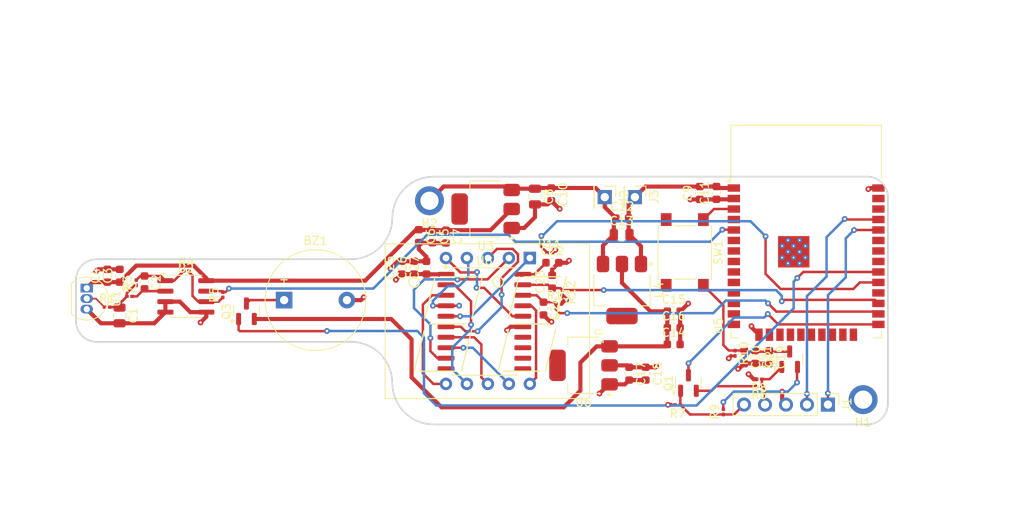
<source format=kicad_pcb>
(kicad_pcb (version 20240108) (generator "pcbnew") (generator_version "8.0")
  (layers (0 "F.Cu" signal "F.Signal") (1 "In1.Cu" power "GND") (2 "In2.Cu" power "VDD") (31 "B.Cu" signal "B.Signal") (34 "B.Paste" user) (35 "F.Paste" user) (36 "B.SilkS" user "B.Silkscreen") (37 "F.SilkS" user "F.Silkscreen") (38 "B.Mask" user) (39 "F.Mask" user) (44 "Edge.Cuts" user))
  (net 0 "")
  (net 1 "GND")
  (net 2 "Net-(BZ1-+)")
  (net 3 "Net-(C1-Pad1)")
  (net 4 "Net-(U2A--)")
  (net 5 "Net-(C2-Pad1)")
  (net 6 "+5V")
  (net 7 "Net-(J2-Pin_1)")
  (net 8 "VDD")
  (net 9 "/BZ")
  (net 10 "/EN")
  (net 11 "/IO5")
  (net 12 "/IO16")
  (net 13 "/IO4")
  (net 14 "Net-(Q1-B)")
  (net 15 "/BOOT")
  (net 16 "/U0DTR")
  (net 17 "/U0RTS")
  (net 18 "Net-(Q2-B)")
  (net 19 "/IO18")
  (net 20 "Net-(U1-V_{OUT})")
  (net 21 "Net-(U2B--)")
  (net 22 "/SENSOR_VN")
  (net 29 "/ESPTX2FTDI")
  (net 38 "/ESPRX2FTDI")
  (net 50 "Net-(U7-E)")
  (net 51 "Net-(U7-DP)")
  (net 52 "Net-(U7-C)")
  (net 53 "Net-(U7-DIG1)")
  (net 54 "Net-(U7-F)")
  (net 55 "Net-(U7-DIG2)")
  (net 56 "Net-(U7-D)")
  (net 57 "Net-(U7-B)")
  (net 58 "Net-(U7-A)")
  (net 59 "Net-(U7-G)")
  (footprint "Resistor_SMD:R_0201_0603Metric" (layer "F.Cu") (at 112.99 106.89 -90)
    (property "Reference" "R10")
    (property "Value" "10k")
  )
  (footprint "Capacitor_SMD:C_0603_1608Metric" (layer "F.Cu") (at 74.125 96.525 90)
    (property "Reference" "C26")
    (property "Value" "100n")
  )
  (footprint "Capacitor_SMD:C_0603_1608Metric" (layer "F.Cu") (at 114.09625 107.3675 -90)
    (property "Reference" "C20")
    (property "Value" "100n")
  )
  (footprint "Package_SO:SOIC-20W_7.5x12.8mm_P1.27mm" (layer "F.Cu") (at 82.65 103.04)
    (property "Reference" "U8")
    (property "Value" "TM1620")
  )
  (footprint "Capacitor_SMD:C_0603_1608Metric" (layer "F.Cu") (at 90.74 87.65 -90)
    (property "Reference" "C10")
    (property "Value" "100n")
  )
  (footprint "Resistor_SMD:R_0201_0603Metric" (layer "F.Cu") (at 50.975 99.805 90)
    (property "Reference" "R5")
    (property "Value" "10k")
  )
  (footprint "Capacitor_SMD:C_0603_1608Metric" (layer "F.Cu") (at 37 97.5 90)
    (property "Reference" "C4")
    (property "Value" "100n")
  )
  (footprint "Capacitor_SMD:C_0603_1608Metric" (layer "F.Cu") (at 76.35 92.73 -90)
    (property "Reference" "C5")
    (property "Value" "10u")
  )
  (footprint "Capacitor_SMD:C_0603_1608Metric" (layer "F.Cu") (at 75.625 96.525 90)
    (property "Reference" "C27")
    (property "Value" "10u")
  )
  (footprint "Resistor_SMD:R_0201_0603Metric" (layer "F.Cu") (at 115.925 110.025 180)
    (property "Reference" "R8")
    (property "Value" "10k")
  )
  (footprint "Resistor_SMD:R_0201_0603Metric" (layer "F.Cu") (at 36.975 101.305)
    (property "Reference" "R1")
    (property "Value" "820")
  )
  (footprint "Capacitor_SMD:C_0603_1608Metric" (layer "F.Cu") (at 117.13 107.36 -90)
    (property "Reference" "C19")
    (property "Value" "1u")
  )
  (footprint "Capacitor_SMD:C_0603_1608Metric" (layer "F.Cu") (at 38.5 97.5 90)
    (property "Reference" "C3")
    (property "Value" "100n")
  )
  (footprint "Resistor_SMD:R_0201_0603Metric" (layer "F.Cu") (at 90.55 94.725)
    (property "Reference" "R11")
    (property "Value" "5k6")
  )
  (footprint "Capacitor_SMD:C_0603_1608Metric" (layer "F.Cu") (at 74.71 92.7 -90)
    (property "Reference" "C6")
    (property "Value" "100n")
  )
  (footprint "Buzzer_Beeper:Buzzer_12x9.5RM7.6" (layer "F.Cu") (at 58.4 100.45)
    (property "Reference" "BZ1")
    (property "Value" "Buzzer")
  )
  (footprint "Capacitor_SMD:C_0805_2012Metric" (layer "F.Cu") (at 99.265 92.54)
    (property "Reference" "C13")
    (property "Value" "47u")
  )
  (footprint "Resistor_SMD:R_0201_0603Metric" (layer "F.Cu") (at 115.925 110.875 180)
    (property "Reference" "R6")
    (property "Value" "10k")
  )
  (footprint "Connector_PinHeader_2.54mm:PinHeader_1x01_P2.54mm_Vertical" (layer "F.Cu") (at 97.22 87.98 -90)
    (property "Reference" "J2")
    (property "Value" "Vbat")
  )
  (footprint "Resistor_SMD:R_0201_0603Metric" (layer "F.Cu") (at 111.575 113.975 90)
    (property "Reference" "R9")
    (property "Value" "10k")
  )
  (footprint "Resistor_SMD:R_0201_0603Metric" (layer "F.Cu") (at 106.05 113.13 180)
    (property "Reference" "R7")
    (property "Value" "10k")
  )
  (footprint "Package_TO_SOT_SMD:SOT-23" (layer "F.Cu") (at 53.8375 101.8 90)
    (property "Reference" "Q3")
    (property "Value" "BSS84")
  )
  (footprint "Package_TO_SOT_SMD:SOT-223" (layer "F.Cu") (at 82.8 89.42 180)
    (property "Reference" "U3")
    (property "Value" "AMS1117-5.0")
  )
  (footprint "obligatorio:DISPLAYLEDS" (layer "F.Cu") (at 83.99 102.75 -90)
    (property "Reference" "U7")
    (property "Value" "SN440502N")
  )
  (footprint "Package_SO:SOIC-8_3.9x4.9mm_P1.27mm" (layer "F.Cu") (at 46.5 100)
    (property "Reference" "U2")
    (property "Value" "TL072")
  )
  (footprint "Resistor_SMD:R_0201_0603Metric" (layer "F.Cu") (at 92.075 99.555 -90)
    (property "Reference" "R12")
    (property "Value" "5k6")
  )
  (footprint "Capacitor_SMD:C_0603_1608Metric" (layer "F.Cu") (at 89.8 101.475 -90)
    (property "Reference" "C24")
    (property "Value" "100p")
  )
  (footprint "Connector_PinHeader_2.54mm:PinHeader_1x05_P2.54mm_Vertical" (layer "F.Cu") (at 124.24 113.1 -90)
    (property "Reference" "J1")
    (property "Value" "PROG")
  )
  (footprint "Capacitor_SMD:C_0603_1608Metric" (layer "F.Cu") (at 77.99 92.76 -90)
    (property "Reference" "C7")
    (property "Value" "10u")
  )
  (footprint "Capacitor_SMD:C_0603_1608Metric" (layer "F.Cu") (at 105.57 101.81)
    (property "Reference" "C15")
    (property "Value" "10u")
  )
  (footprint "Package_TO_SOT_SMD:SOT-23" (layer "F.Cu") (at 119.60625 107.6075 90)
    (property "Reference" "Q2")
    (property "Value" "S8050")
  )
  (footprint "MountingHole:MountingHole_2.2mm_M2_ISO7380_Pad" (layer "F.Cu") (at 76 88.42 180)
    (property "Reference" "H2")
    (property "Value" "Vbat")
  )
  (footprint "Capacitor_SMD:C_0603_1608Metric" (layer "F.Cu") (at 100.175 109.355 -90)
    (property "Reference" "C17")
    (property "Value" "100n")
  )
  (footprint "Capacitor_SMD:C_0603_1608Metric" (layer "F.Cu") (at 99.34 90.54)
    (property "Reference" "C12")
    (property "Value" "100n")
  )
  (footprint "Capacitor_SMD:C_0603_1608Metric" (layer "F.Cu") (at 115.42125 107.3425 -90)
    (property "Reference" "C21")
    (property "Value" "10u")
  )
  (footprint "Connector_PinHeader_2.54mm:PinHeader_1x01_P2.54mm_Vertical" (layer "F.Cu") (at 100.87 87.98 -90)
    (property "Reference" "J3")
    (property "Value" "Gnd")
  )
  (footprint "Capacitor_SMD:C_0603_1608Metric" (layer "F.Cu") (at 72.625 96.525 90)
    (property "Reference" "C25")
    (property "Value" "10u")
  )
  (footprint "Button_Switch_SMD:SW_SPST_PTS645" (layer "F.Cu") (at 106.91 94.68 -90)
    (property "Reference" "SW1")
    (property "Value" "Reset")
  )
  (footprint "Package_TO_SOT_THT:TO-92_Inline" (layer "F.Cu") (at 34.5 99 -90)
    (property "Reference" "U1")
    (property "Value" "LM35-LP")
  )
  (footprint "MountingHole:MountingHole_2.2mm_M2_ISO7380_Pad" (layer "F.Cu") (at 128.5 112.5 180)
    (property "Reference" "H1")
    (property "Value" "GND")
  )
  (footprint "Package_TO_SOT_SMD:SOT-223" (layer "F.Cu") (at 99.3025 99.23 -90)
    (property "Reference" "U4")
    (property "Value" "AMS1117-5.0")
  )
  (footprint "Package_TO_SOT_SMD:SOT-23" (layer "F.Cu") (at 107.35 110.4875 90)
    (property "Reference" "Q1")
    (property "Value" "S8050")
  )
  (footprint "Capacitor_SMD:C_0603_1608Metric" (layer "F.Cu") (at 105.57 105.81)
    (property "Reference" "C14")
    (property "Value" "100n")
  )
  (footprint "Resistor_SMD:R_0201_0603Metric" (layer "F.Cu") (at 46.56 96.93)
    (property "Reference" "R4")
    (property "Value" "10k")
  )
  (footprint "Package_TO_SOT_SMD:SOT-223" (layer "F.Cu") (at 94.65 108.35 180)
    (property "Reference" "U6")
    (property "Value" "AMS1117-3.3")
  )
  (footprint "Capacitor_SMD:C_0603_1608Metric" (layer "F.Cu") (at 90.85 98.225 90)
    (property "Reference" "C23")
    (property "Value" "100p")
  )
  (footprint "Capacitor_SMD:C_0603_1608Metric" (layer "F.Cu") (at 108.72 87.48 90)
    (property "Reference" "C9")
    (property "Value" "100n")
  )
  (footprint "Capacitor_SMD:C_0805_2012Metric" (layer "F.Cu") (at 88.77 87.91 -90)
    (property "Reference" "C8")
    (property "Value" "47u")
  )
  (footprint "Capacitor_SMD:C_0603_1608Metric" (layer "F.Cu") (at 105.57 103.81)
    (property "Reference" "C16")
    (property "Value" "10u")
  )
  (footprint "RF_Module:ESP32-WROOM-32D" (layer "F.Cu") (at 121.6 95.13)
    (property "Reference" "U5")
    (property "Value" "ESP32-WROOM-32E")
  )
  (footprint "Capacitor_SMD:C_0805_2012Metric" (layer "F.Cu") (at 38.475 102.305 -90)
    (property "Reference" "C1")
    (property "Value" "33u")
  )
  (footprint "Resistor_SMD:R_0201_0603Metric" (layer "F.Cu") (at 39.68 100)
    (property "Reference" "R2")
    (property "Value" "5k6")
  )
  (footprint "Capacitor_SMD:C_0603_1608Metric" (layer "F.Cu") (at 90.875 95.925)
    (property "Reference" "C22")
    (property "Value" "100p")
  )
  (footprint "Capacitor_SMD:C_0603_1608Metric" (layer "F.Cu") (at 102.175 109.355 -90)
    (property "Reference" "C18")
    (property "Value" "10u")
  )
  (footprint "Resistor_SMD:R_0201_0603Metric" (layer "F.Cu") (at 91.625 100.9)
    (property "Reference" "R13")
    (property "Value" "5k6")
  )
  (footprint "Capacitor_SMD:C_0603_1608Metric" (layer "F.Cu") (at 41.5 98.305 -90)
    (property "Reference" "C2")
    (property "Value" "680n")
  )
  (footprint "Capacitor_SMD:C_0603_1608Metric" (layer "F.Cu") (at 110.74 87.47 90)
    (property "Reference" "C11")
    (property "Value" "10u")
  )
  (footprint "Resistor_SMD:R_0201_0603Metric" (layer "F.Cu") (at 40.5 98.345 90)
    (property "Reference" "R3")
    (property "Value" "8k2")
  )
  (gr_line (start 68.0451 105.74471) (end 68.6289 105.97586) (stroke (width 0.2)) (layer "Edge.Cuts"))
  (gr_line (start 73.8209 86.2784) (end 73.3129 86.6474) (stroke (width 0.2)) (layer "Edge.Cuts"))
  (gr_line (start 71.5394 111.1267) (end 71.6571 111.7434) (stroke (width 0.2)) (layer "Edge.Cuts"))
  (gr_line (start 71.8511 112.3406) (end 72.1185 112.9088) (stroke (width 0.2)) (layer "Edge.Cuts"))
  (gr_line (start 71.4606 91.12668) (end 71.3429 91.74345) (stroke (width 0.2)) (layer "Edge.Cuts"))
  (gr_line (start 34.36123 95.88919) (end 34.107233 96.07373) (stroke (width 0.2)) (layer "Edge.Cuts"))
  (gr_line (start 35.7008 105.5) (end 66.5 105.5) (stroke (width 0.2)) (layer "Edge.Cuts"))
  (gr_line (start 33.678248 96.53055) (end 33.510019 96.79562) (stroke (width 0.2)) (layer "Edge.Cuts"))
  (gr_line (start 66.5 95.5) (end 35.7008 95.5) (stroke (width 0.2)) (layer "Edge.Cuts"))
  (gr_line (start 131.0241 86.5305) (end 130.824 86.2886) (stroke (width 0.2)) (layer "Edge.Cuts"))
  (gr_line (start 75.5631 85.5886) (end 74.9549 85.7447) (stroke (width 0.2)) (layer "Edge.Cuts"))
  (gr_line (start 33.878367 104.71136) (end 34.107233 104.92627) (stroke (width 0.2)) (layer "Edge.Cuts"))
  (gr_line (start 35.7008 105.49506) (end 35.7008 105.5) (stroke (width 0.2)) (layer "Edge.Cuts"))
  (gr_line (start 69.1791 94.72165) (end 68.6289 95.02414) (stroke (width 0.2)) (layer "Edge.Cuts"))
  (gr_line (start 66.8139 95.49014) (end 66.5 95.49014) (stroke (width 0.2)) (layer "Edge.Cuts"))
  (gr_line (start 130.066 115.2621) (end 130.3412 115.1108) (stroke (width 0.2)) (layer "Edge.Cuts"))
  (gr_line (start 130.5951 86.0737) (end 130.3412 85.8892) (stroke (width 0.2)) (layer "Edge.Cuts"))
  (gr_line (start 129 115.5) (end 129 115.4951) (stroke (width 0.2)) (layer "Edge.Cuts"))
  (gr_line (start 66.5 105.50986) (end 66.8139 105.50986) (stroke (width 0.2)) (layer "Edge.Cuts"))
  (gr_line (start 131.1924 86.7956) (end 131.0241 86.5305) (stroke (width 0.2)) (layer "Edge.Cuts"))
  (gr_line (start 76.5 85.5099) (end 76.186 85.5099) (stroke (width 0.2)) (layer "Edge.Cuts"))
  (gr_line (start 72.8551 87.0773) (end 72.4549 87.5611) (stroke (width 0.2)) (layer "Edge.Cuts"))
  (gr_line (start 33.2008 103) (end 33.220499 103.31332) (stroke (width 0.2)) (layer "Edge.Cuts"))
  (gr_line (start 76.5 85.5) (end 76.5 85.5099) (stroke (width 0.2)) (layer "Edge.Cuts"))
  (gr_line (start 74.9549 85.7447) (end 74.3711 85.9759) (stroke (width 0.2)) (layer "Edge.Cuts"))
  (gr_line (start 33.376352 97.0797) (end 33.279337 97.37828) (stroke (width 0.2)) (layer "Edge.Cuts"))
  (gr_line (start 74.3711 85.9759) (end 73.8209 86.2784) (stroke (width 0.2)) (layer "Edge.Cuts"))
  (gr_line (start 70.1448 107.07726) (end 70.5451 107.56107) (stroke (width 0.2)) (layer "Edge.Cuts"))
  (gr_line (start 33.678248 104.46945) (end 33.878367 104.71136) (stroke (width 0.2)) (layer "Edge.Cuts"))
  (gr_line (start 68.0451 95.25529) (end 67.4369 95.41144) (stroke (width 0.2)) (layer "Edge.Cuts"))
  (gr_line (start 130.824 114.7114) (end 131.0241 114.4695) (stroke (width 0.2)) (layer "Edge.Cuts"))
  (gr_line (start 131.423 87.3783) (end 131.326 87.0797) (stroke (width 0.2)) (layer "Edge.Cuts"))
  (gr_line (start 34.107233 104.92627) (end 34.36123 105.11081) (stroke (width 0.2)) (layer "Edge.Cuts"))
  (gr_line (start 71.8511 88.6594) (end 71.6571 89.2566) (stroke (width 0.2)) (layer "Edge.Cuts"))
  (gr_line (start 72.8551 113.9227) (end 73.3129 114.3526) (stroke (width 0.2)) (layer "Edge.Cuts"))
  (gr_line (start 34.63635 105.26205) (end 34.92825 105.37764) (stroke (width 0.2)) (layer "Edge.Cuts"))
  (gr_line (start 68.6289 105.97586) (end 69.1791 106.27835) (stroke (width 0.2)) (layer "Edge.Cuts"))
  (gr_line (start 71.6571 89.2566) (end 71.5394 89.8733) (stroke (width 0.2)) (layer "Edge.Cuts"))
  (gr_line (start 131.326 87.0797) (end 131.1924 86.7956) (stroke (width 0.2)) (layer "Edge.Cuts"))
  (gr_line (start 131.423 113.6217) (end 131.4819 113.3133) (stroke (width 0.2)) (layer "Edge.Cuts"))
  (gr_line (start 130.3412 85.8892) (end 130.066 85.7379) (stroke (width 0.2)) (layer "Edge.Cuts"))
  (gr_line (start 33.279337 97.37828) (end 33.220499 97.68668) (stroke (width 0.2)) (layer "Edge.Cuts"))
  (gr_line (start 68.6289 95.02414) (end 68.0451 95.25529) (stroke (width 0.2)) (layer "Edge.Cuts"))
  (gr_line (start 70.8815 92.90878) (end 70.5451 93.43893) (stroke (width 0.2)) (layer "Edge.Cuts"))
  (gr_line (start 34.63635 95.73795) (end 34.36123 95.88919) (stroke (width 0.2)) (layer "Edge.Cuts"))
  (gr_line (start 33.220499 103.31332) (end 33.279337 103.62172) (stroke (width 0.2)) (layer "Edge.Cuts"))
  (gr_line (start 129.1586 115.4951) (end 129.47 115.4557) (stroke (width 0.2)) (layer "Edge.Cuts"))
  (gr_line (start 73.3129 114.3526) (end 73.8209 114.7216) (stroke (width 0.2)) (layer "Edge.Cuts"))
  (gr_line (start 70.1448 93.92274) (end 69.6871 94.35257) (stroke (width 0.2)) (layer "Edge.Cuts"))
  (gr_line (start 76.186 85.5099) (end 75.5631 85.5886) (stroke (width 0.2)) (layer "Edge.Cuts"))
  (gr_line (start 33.878367 96.28864) (end 33.678248 96.53055) (stroke (width 0.2)) (layer "Edge.Cuts"))
  (gr_line (start 74.9549 115.2553) (end 75.5631 115.4114) (stroke (width 0.2)) (layer "Edge.Cuts"))
  (gr_line (start 66.5 95.49014) (end 66.5 95.5) (stroke (width 0.2)) (layer "Edge.Cuts"))
  (gr_line (start 72.1185 112.9088) (end 72.4549 113.4389) (stroke (width 0.2)) (layer "Edge.Cuts"))
  (gr_line (start 67.4369 105.58856) (end 68.0451 105.74471) (stroke (width 0.2)) (layer "Edge.Cuts"))
  (gr_line (start 129.47 115.4557) (end 129.7741 115.3776) (stroke (width 0.2)) (layer "Edge.Cuts"))
  (gr_line (start 130.824 86.2886) (end 130.5951 86.0737) (stroke (width 0.2)) (layer "Edge.Cuts"))
  (gr_line (start 131.326 113.9203) (end 131.423 113.6217) (stroke (width 0.2)) (layer "Edge.Cuts"))
  (gr_line (start 71.4606 109.87332) (end 71.5394 111.1267) (stroke (width 0.2)) (layer "Edge.Cuts"))
  (gr_line (start 130.5951 114.9263) (end 130.824 114.7114) (stroke (width 0.2)) (layer "Edge.Cuts"))
  (gr_line (start 35.23234 105.4557) (end 35.54382 105.49506) (stroke (width 0.2)) (layer "Edge.Cuts"))
  (gr_line (start 131.4819 113.3133) (end 131.5016 113) (stroke (width 0.2)) (layer "Edge.Cuts"))
  (gr_line (start 131.0241 114.4695) (end 131.1924 114.2044) (stroke (width 0.2)) (layer "Edge.Cuts"))
  (gr_line (start 35.7008 95.5) (end 35.7008 95.50494) (stroke (width 0.2)) (layer "Edge.Cuts"))
  (gr_line (start 129.7741 85.6224) (end 129.47 85.5443) (stroke (width 0.2)) (layer "Edge.Cuts"))
  (gr_line (start 33.510019 96.79562) (end 33.376352 97.0797) (stroke (width 0.2)) (layer "Edge.Cuts"))
  (gr_line (start 33.2008 98) (end 33.2008 103) (stroke (width 0.2)) (layer "Edge.Cuts"))
  (gr_line (start 34.92825 105.37764) (end 35.23234 105.4557) (stroke (width 0.2)) (layer "Edge.Cuts"))
  (gr_line (start 129 115.4951) (end 129.1586 115.4951) (stroke (width 0.2)) (layer "Edge.Cuts"))
  (gr_line (start 131.5016 88) (end 131.4819 87.6867) (stroke (width 0.2)) (layer "Edge.Cuts"))
  (gr_line (start 130.3412 115.1108) (end 130.5951 114.9263) (stroke (width 0.2)) (layer "Edge.Cuts"))
  (gr_line (start 76.5 115.5) (end 129 115.5) (stroke (width 0.2)) (layer "Edge.Cuts"))
  (gr_line (start 71.1489 92.34064) (end 70.8815 92.90878) (stroke (width 0.2)) (layer "Edge.Cuts"))
  (gr_line (start 35.7008 95.50494) (end 35.54382 95.50494) (stroke (width 0.2)) (layer "Edge.Cuts"))
  (gr_line (start 75.5631 115.4114) (end 76.186 115.4901) (stroke (width 0.2)) (layer "Edge.Cuts"))
  (gr_line (start 76.186 115.4901) (end 76.5 115.4901) (stroke (width 0.2)) (layer "Edge.Cuts"))
  (gr_line (start 66.5 105.5) (end 66.5 105.50986) (stroke (width 0.2)) (layer "Edge.Cuts"))
  (gr_line (start 71.3429 91.74345) (end 71.1489 92.34064) (stroke (width 0.2)) (layer "Edge.Cuts"))
  (gr_line (start 70.5451 93.43893) (end 70.1448 93.92274) (stroke (width 0.2)) (layer "Edge.Cuts"))
  (gr_line (start 69.6871 94.35257) (end 69.1791 94.72165) (stroke (width 0.2)) (layer "Edge.Cuts"))
  (gr_line (start 70.8815 108.09122) (end 71.1489 108.65936) (stroke (width 0.2)) (layer "Edge.Cuts"))
  (gr_line (start 33.376352 103.9203) (end 33.510019 104.20438) (stroke (width 0.2)) (layer "Edge.Cuts"))
  (gr_line (start 69.6871 106.64743) (end 70.1448 107.07726) (stroke (width 0.2)) (layer "Edge.Cuts"))
  (gr_line (start 129 85.5) (end 76.5 85.5) (stroke (width 0.2)) (layer "Edge.Cuts"))
  (gr_line (start 33.279337 103.62172) (end 33.376352 103.9203) (stroke (width 0.2)) (layer "Edge.Cuts"))
  (gr_line (start 73.3129 86.6474) (end 72.8551 87.0773) (stroke (width 0.2)) (layer "Edge.Cuts"))
  (gr_line (start 70.5451 107.56107) (end 70.8815 108.09122) (stroke (width 0.2)) (layer "Edge.Cuts"))
  (gr_line (start 72.4549 87.5611) (end 72.1185 88.0912) (stroke (width 0.2)) (layer "Edge.Cuts"))
  (gr_line (start 66.8139 105.50986) (end 67.4369 105.58856) (stroke (width 0.2)) (layer "Edge.Cuts"))
  (gr_line (start 74.3711 115.0241) (end 74.9549 115.2553) (stroke (width 0.2)) (layer "Edge.Cuts"))
  (gr_line (start 129.47 85.5443) (end 129.1586 85.5049) (stroke (width 0.2)) (layer "Edge.Cuts"))
  (gr_line (start 69.1791 106.27835) (end 69.6871 106.64743) (stroke (width 0.2)) (layer "Edge.Cuts"))
  (gr_line (start 76.5 115.4901) (end 76.5 115.5) (stroke (width 0.2)) (layer "Edge.Cuts"))
  (gr_line (start 71.1489 108.65936) (end 71.3429 109.25655) (stroke (width 0.2)) (layer "Edge.Cuts"))
  (gr_line (start 71.3429 109.25655) (end 71.4606 109.87332) (stroke (width 0.2)) (layer "Edge.Cuts"))
  (gr_line (start 34.92825 95.62236) (end 34.63635 95.73795) (stroke (width 0.2)) (layer "Edge.Cuts"))
  (gr_line (start 129 85.5049) (end 129 85.5) (stroke (width 0.2)) (layer "Edge.Cuts"))
  (gr_line (start 131.4819 87.6867) (end 131.423 87.3783) (stroke (width 0.2)) (layer "Edge.Cuts"))
  (gr_line (start 71.6571 111.7434) (end 71.8511 112.3406) (stroke (width 0.2)) (layer "Edge.Cuts"))
  (gr_line (start 71.5394 89.8733) (end 71.4606 91.12668) (stroke (width 0.2)) (layer "Edge.Cuts"))
  (gr_line (start 129.7741 115.3776) (end 130.066 115.2621) (stroke (width 0.2)) (layer "Edge.Cuts"))
  (gr_line (start 33.220499 97.68668) (end 33.2008 98) (stroke (width 0.2)) (layer "Edge.Cuts"))
  (gr_line (start 73.8209 114.7216) (end 74.3711 115.0241) (stroke (width 0.2)) (layer "Edge.Cuts"))
  (gr_line (start 35.54382 105.49506) (end 35.7008 105.49506) (stroke (width 0.2)) (layer "Edge.Cuts"))
  (gr_line (start 131.1924 114.2044) (end 131.326 113.9203) (stroke (width 0.2)) (layer "Edge.Cuts"))
  (gr_line (start 34.36123 105.11081) (end 34.63635 105.26205) (stroke (width 0.2)) (layer "Edge.Cuts"))
  (gr_line (start 67.4369 95.41144) (end 66.8139 95.49014) (stroke (width 0.2)) (layer "Edge.Cuts"))
  (gr_line (start 33.510019 104.20438) (end 33.678248 104.46945) (stroke (width 0.2)) (layer "Edge.Cuts"))
  (gr_line (start 129.1586 85.5049) (end 129 85.5049) (stroke (width 0.2)) (layer "Edge.Cuts"))
  (gr_line (start 35.23234 95.5443) (end 34.92825 95.62236) (stroke (width 0.2)) (layer "Edge.Cuts"))
  (gr_line (start 34.107233 96.07373) (end 33.878367 96.28864) (stroke (width 0.2)) (layer "Edge.Cuts"))
  (gr_line (start 131.5016 113) (end 131.5016 88) (stroke (width 0.2)) (layer "Edge.Cuts"))
  (gr_line (start 130.066 85.7379) (end 129.7741 85.6224) (stroke (width 0.2)) (layer "Edge.Cuts"))
  (gr_line (start 72.1185 88.0912) (end 71.8511 88.6594) (stroke (width 0.2)) (layer "Edge.Cuts"))
  (gr_line (start 35.54382 95.50494) (end 35.23234 95.5443) (stroke (width 0.2)) (layer "Edge.Cuts"))
  (gr_line (start 72.4549 113.4389) (end 72.8551 113.9227) (stroke (width 0.2)) (layer "Edge.Cuts"))
  (segment (start 110.925 86.88) (end 110.74 86.695) (width 0.5) (layer "F.Cu") (net 1))
  (segment (start 91.715 89.4) (end 91.76 89.4) (width 0.5) (layer "F.Cu") (net 1))
  (segment (start 90.62 103.07) (end 90.77 103.07) (width 0.5) (layer "F.Cu") (net 1))
  (segment (start 88.77 90.41) (end 88.77 88.86) (width 0.5) (layer "F.Cu") (net 1))
  (segment (start 114.09625 108.1425) (end 113.45875 108.78) (width 0.5) (layer "F.Cu") (net 1))
  (segment (start 100.87 87.98) (end 102.145 86.705) (width 0.5) (layer "F.Cu") (net 1))
  (segment (start 48.975 101.905) (end 48.975 102.465) (width 0.5) (layer "F.Cu") (net 1))
  (segment (start 112.85 86.88) (end 110.925 86.88) (width 0.5) (layer "F.Cu") (net 1))
  (segment (start 35.865 96.725) (end 35.63 96.96) (width 0.5) (layer "F.Cu") (net 1))
  (segment (start 115.42125 108.1175) (end 114.12125 108.1175) (width 0.5) (layer "F.Cu") (net 1))
  (segment (start 99.655 110.65) (end 100.175 110.13) (width 0.5) (layer "F.Cu") (net 1))
  (segment (start 100.115 90.54) (end 100.115 88.735) (width 0.5) (layer "F.Cu") (net 1))
  (segment (start 85.805 103.675) (end 85.38 104.1) (width 0.5) (layer "F.Cu") (net 1))
  (segment (start 77.99 93.535) (end 76.38 93.535) (width 0.5) (layer "F.Cu") (net 1))
  (segment (start 47.045 101.905) (end 45.775 100.635) (width 0.5) (layer "F.Cu") (net 1))
  (segment (start 100.175 110.13) (end 102.175 110.13) (width 0.5) (layer "F.Cu") (net 1))
  (segment (start 87.3 103.675) (end 85.805 103.675) (width 0.5) (layer "F.Cu") (net 1))
  (segment (start 130.35 86.88) (end 129.4 86.88) (width 0.3) (layer "F.Cu") (net 1))
  (segment (start 90.85 96.725) (end 91.65 95.925) (width 0.5) (layer "F.Cu") (net 1))
  (segment (start 92.635 95.925) (end 92.89 95.67) (width 0.5) (layer "F.Cu") (net 1))
  (segment (start 85.95 91.72) (end 87.46 91.72) (width 0.5) (layer "F.Cu") (net 1))
  (segment (start 48.975 102.465) (end 48.28 103.16) (width 0.5) (layer "F.Cu") (net 1))
  (segment (start 106.345 103.81) (end 106.345 101.81) (width 0.5) (layer "F.Cu") (net 1))
  (segment (start 45.775 100.635) (end 44.025 100.635) (width 0.5) (layer "F.Cu") (net 1))
  (segment (start 100.115 88.735) (end 100.87 87.98) (width 0.5) (layer "F.Cu") (net 1))
  (segment (start 42.675 103.255) (end 44.025 101.905) (width 0.5) (layer "F.Cu") (net 1))
  (segment (start 76.38 93.535) (end 76.35 93.505) (width 0.5) (layer "F.Cu") (net 1))
  (segment (start 90.74 88.425) (end 91.715 89.4) (width 0.5) (layer "F.Cu") (net 1))
  (segment (start 130.339863 86.88) (end 130.343981 86.884979) (width 0.5) (layer "F.Cu") (net 1))
  (segment (start 44.025 101.905) (end 44.025 100.635) (width 0.5) (layer "F.Cu") (net 1))
  (segment (start 114.98 103.73) (end 114.98 103.6) (width 0.5) (layer "F.Cu") (net 1))
  (segment (start 75.625 95.75) (end 75.625 95.205) (width 0.5) (layer "F.Cu") (net 1))
  (segment (start 90.305 88.86) (end 90.74 88.425) (width 0.5) (layer "F.Cu") (net 1))
  (segment (start 106.38 101.81) (end 107.32 100.87) (width 0.5) (layer "F.Cu") (net 1))
  (segment (start 72.625 95.75) (end 74.125 95.75) (width 0.5) (layer "F.Cu") (net 1))
  (segment (start 90.85 97.45) (end 90.85 96.725) (width 0.5) (layer "F.Cu") (net 1))
  (segment (start 72.16 95.75) (end 71.27 96.64) (width 0.5) (layer "F.Cu") (net 1))
  (segment (start 97.69 110.65) (end 96.57 111.77) (width 0.5) (layer "F.Cu") (net 1))
  (segment (start 106.345 101.81) (end 106.38 101.81) (width 0.5) (layer "F.Cu") (net 1))
  (segment (start 102.145 86.705) (end 108.72 86.705) (width 0.5) (layer "F.Cu") (net 1))
  (segment (start 97.8 110.65) (end 99.655 110.65) (width 0.5) (layer "F.Cu") (net 1))
  (segment (start 106.345 105.81) (end 106.345 103.81) (width 0.5) (layer "F.Cu") (net 1))
  (segment (start 76.35 93.505) (end 74.74 93.505) (width 0.5) (layer "F.Cu") (net 1))
  (segment (start 129.26 86.88) (end 129.13 87.01) (width 0.3) (layer "F.Cu") (net 1))
  (segment (start 110.74 86.695) (end 108.73 86.695) (width 0.5) (layer "F.Cu") (net 1))
  (segment (start 67.69 100.45) (end 68.04 100.1) (width 0.5) (layer "F.Cu") (net 1))
  (segment (start 100.115 92.44) (end 100.215 92.54) (width 0.5) (layer "F.Cu") (net 1))
  (segment (start 38.475 103.255) (end 42.675 103.255) (width 0.5) (layer "F.Cu") (net 1))
  (segment (start 129.4 86.88) (end 130.339863 86.88) (width 0.5) (layer "F.Cu") (net 1))
  (segment (start 100.115 90.54) (end 100.115 92.44) (width 0.5) (layer "F.Cu") (net 1))
  (segment (start 74.74 93.505) (end 74.71 93.475) (width 0.5) (layer "F.Cu") (net 1))
  (segment (start 88.77 88.86) (end 90.305 88.86) (width 0.5) (layer "F.Cu") (net 1))
  (segment (start 87.46 91.72) (end 88.77 90.41) (width 0.5) (layer "F.Cu") (net 1))
  (segment (start 108.73 86.695) (end 108.72 86.705) (width 0.5) (layer "F.Cu") (net 1))
  (segment (start 38.5 96.725) (end 37 96.725) (width 0.5) (layer "F.Cu") (net 1))
  (segment (start 75.625 95.205) (end 74.71 94.29) (width 0.5) (layer "F.Cu") (net 1))
  (segment (start 48.975 101.905) (end 47.045 101.905) (width 0.5) (layer "F.Cu") (net 1))
  (segment (start 34.5 101.54) (end 36.215 103.255) (width 0.5) (layer "F.Cu") (net 1))
  (segment (start 114.12125 108.1175) (end 114.09625 108.1425) (width 0.5) (layer "F.Cu") (net 1))
  (segment (start 101.6025 96.08) (end 101.6025 93.9275) (width 0.5) (layer "F.Cu") (net 1))
  (segment (start 74.125 95.75) (end 75.625 95.75) (width 0.5) (layer "F.Cu") (net 1))
  (segment (start 119.16 113.1) (end 118.7 112.64) (width 0.5) (layer "F.Cu") (net 1))
  (segment (start 97.8 110.65) (end 97.69 110.65) (width 0.5) (layer "F.Cu") (net 1))
  (segment (start 74.71 94.29) (end 74.71 93.475) (width 0.5) (layer "F.Cu") (net 1))
  (segment (start 91.65 95.925) (end 92.635 95.925) (width 0.5) (layer "F.Cu") (net 1))
  (segment (start 113.45875 108.78) (end 113.36 108.78) (width 0.5) (layer "F.Cu") (net 1))
  (segment (start 101.6025 93.9275) (end 100.215 92.54) (width 0.5) (layer "F.Cu") (net 1))
  (segment (start 118.7 112.64) (end 118.7 111.53) (width 0.5) (layer "F.Cu") (net 1))
  (segment (start 115.89 104.64) (end 114.98 103.73) (width 0.5) (layer "F.Cu") (net 1))
  (segment (start 37 96.725) (end 35.865 96.725) (width 0.5) (layer "F.Cu") (net 1))
  (segment (start 66 100.45) (end 67.69 100.45) (width 0.5) (layer "F.Cu") (net 1))
  (segment (start 117.13 108.135) (end 115.43875 108.135) (width 0.5) (layer "F.Cu") (net 1))
  (segment (start 89.8 102.25) (end 90.62 103.07) (width 0.5) (layer "F.Cu") (net 1))
  (segment (start 115.43875 108.135) (end 115.42125 108.1175) (width 0.5) (layer "F.Cu") (net 1))
  (segment (start 72.625 95.75) (end 72.16 95.75) (width 0.5) (layer "F.Cu") (net 1))
  (segment (start 36.215 103.255) (end 38.475 103.255) (width 0.5) (layer "F.Cu") (net 1))
  (segment (start 129.4 86.88) (end 129.26 86.88) (width 0.3) (layer "F.Cu") (net 1))
  (via micro (at 71.27 96.64) (size 0.7) (drill 0.3) (layers "F.Cu" "In1.Cu") (net 1))
  (via micro (at 96.57 111.77) (size 0.7) (drill 0.3) (layers "F.Cu" "In1.Cu") (net 1))
  (via micro (at 118.7 111.53) (size 0.7) (drill 0.3) (layers "F.Cu" "In1.Cu") (net 1))
  (via micro (at 114.98 103.6) (size 0.7) (drill 0.3) (layers "F.Cu" "In1.Cu") (net 1))
  (via micro (at 92.89 95.67) (size 0.7) (drill 0.3) (layers "F.Cu" "In1.Cu") (net 1))
  (via micro (at 107.32 100.87) (size 0.7) (drill 0.3) (layers "F.Cu" "In1.Cu") (net 1))
  (via micro (at 85.38 104.1) (size 0.7) (drill 0.3) (layers "F.Cu" "In1.Cu") (net 1))
  (via micro (at 113.36 108.78) (size 0.7) (drill 0.3) (layers "F.Cu" "In1.Cu") (net 1))
  (via micro (at 91.76 89.4) (size 0.7) (drill 0.3) (layers "F.Cu" "In1.Cu") (net 1))
  (via micro (at 48.28 103.16) (size 0.7) (drill 0.3) (layers "F.Cu" "In1.Cu") (net 1))
  (via micro (at 35.63 96.96) (size 0.7) (drill 0.3) (layers "F.Cu" "In1.Cu") (net 1))
  (via micro (at 68.04 100.1) (size 0.7) (drill 0.3) (layers "F.Cu" "In1.Cu") (net 1))
  (via micro (at 129.13 87.01) (size 0.7) (drill 0.3) (layers "F.Cu" "In1.Cu") (net 1))
  (via micro (at 90.77 103.07) (size 0.7) (drill 0.3) (layers "F.Cu" "In1.Cu") (net 1))
  (segment (start 54.25 100.45) (end 58.4 100.45) (width 0.3) (layer "F.Cu") (net 2))
  (segment (start 53.8375 100.8625) (end 54.25 100.45) (width 0.3) (layer "F.Cu") (net 2))
  (segment (start 38.475 100.885) (end 39.36 100) (width 0.3) (layer "F.Cu") (net 3))
  (segment (start 37.295 101.305) (end 38.425 101.305) (width 0.3) (layer "F.Cu") (net 3))
  (segment (start 39.36 99.605001) (end 40.300001 98.665) (width 0.3) (layer "F.Cu") (net 3))
  (segment (start 40.300001 98.665) (end 40.5 98.665) (width 0.3) (layer "F.Cu") (net 3))
  (segment (start 38.475 101.355) (end 38.475 100.885) (width 0.3) (layer "F.Cu") (net 3))
  (segment (start 39.36 100) (end 39.36 99.605001) (width 0.3) (layer "F.Cu") (net 3))
  (segment (start 38.425 101.305) (end 38.475 101.355) (width 0.3) (layer "F.Cu") (net 3))
  (segment (start 40.58 100) (end 41.5 99.08) (width 0.3) (layer "F.Cu") (net 4))
  (segment (start 41.785 99.365) (end 41.5 99.08) (width 0.3) (layer "F.Cu") (net 4))
  (segment (start 40 100) (end 40.58 100) (width 0.3) (layer "F.Cu") (net 4))
  (segment (start 44.025 99.365) (end 41.785 99.365) (width 0.3) (layer "F.Cu") (net 4))
  (segment (start 41.5 97.53) (end 43.46 97.53) (width 0.3) (layer "F.Cu") (net 5))
  (segment (start 45.085 98.095) (end 46.18 97) (width 0.3) (layer "F.Cu") (net 5))
  (segment (start 43.46 97.53) (end 44.025 98.095) (width 0.3) (layer "F.Cu") (net 5))
  (segment (start 41.5 97.53) (end 40.995 97.53) (width 0.3) (layer "F.Cu") (net 5))
  (segment (start 40.995 97.53) (end 40.5 98.025) (width 0.3) (layer "F.Cu") (net 5))
  (segment (start 44.025 98.095) (end 45.085 98.095) (width 0.3) (layer "F.Cu") (net 5))
  (segment (start 74.74 91.955) (end 74.71 91.925) (width 0.5) (layer "F.Cu") (net 6))
  (segment (start 48.975 97.795001) (end 47.449999 96.27) (width 0.5) (layer "F.Cu") (net 6))
  (segment (start 35.225 98.275) (end 34.5 99) (width 0.5) (layer "F.Cu") (net 6))
  (segment (start 85.95 89.42) (end 83.385 91.985) (width 0.5) (layer "F.Cu") (net 6))
  (segment (start 83.385 91.985) (end 77.99 91.985) (width 0.5) (layer "F.Cu") (net 6))
  (segment (start 76.38 91.985) (end 76.35 91.955) (width 0.5) (layer "F.Cu") (net 6))
  (segment (start 34.5 99) (end 35 99) (width 0.2) (layer "F.Cu") (net 6))
  (segment (start 38.725 98.275) (end 38.5 98.275) (width 0.5) (layer "F.Cu") (net 6))
  (segment (start 47.449999 96.27) (end 40.505 96.27) (width 0.5) (layer "F.Cu") (net 6))
  (segment (start 76.35 91.955) (end 74.74 91.955) (width 0.5) (layer "F.Cu") (net 6))
  (segment (start 48.975 98.095) (end 48.975 97.795001) (width 0.5) (layer "F.Cu") (net 6))
  (segment (start 68.205 98.095) (end 48.975 98.095) (width 0.5) (layer "F.Cu") (net 6))
  (segment (start 74.71 91.925) (end 74.375 91.925) (width 0.5) (layer "F.Cu") (net 6))
  (segment (start 38.5 98.275) (end 37 98.275) (width 0.5) (layer "F.Cu") (net 6))
  (segment (start 74.375 91.925) (end 68.205 98.095) (width 0.5) (layer "F.Cu") (net 6))
  (segment (start 37 98.275) (end 35.225 98.275) (width 0.5) (layer "F.Cu") (net 6))
  (segment (start 77.99 91.985) (end 76.38 91.985) (width 0.5) (layer "F.Cu") (net 6))
  (segment (start 40.505 96.27) (end 38.5 98.275) (width 0.5) (layer "F.Cu") (net 6))
  (segment (start 96.115 86.875) (end 90.74 86.875) (width 0.5) (layer "F.Cu") (net 7))
  (segment (start 85.52 86.69) (end 85.95 87.12) (width 0.5) (layer "F.Cu") (net 7))
  (segment (start 97.0025 93.8525) (end 98.315 92.54) (width 0.5) (layer "F.Cu") (net 7))
  (segment (start 86.11 86.96) (end 85.95 87.12) (width 0.5) (layer "F.Cu") (net 7))
  (segment (start 88.77 86.96) (end 86.11 86.96) (width 0.5) (layer "F.Cu") (net 7))
  (segment (start 97.22 87.98) (end 96.115 86.875) (width 0.5) (layer "F.Cu") (net 7))
  (segment (start 98.315 90.79) (end 98.565 90.54) (width 0.5) (layer "F.Cu") (net 7))
  (segment (start 97.22 89.195) (end 98.565 90.54) (width 0.5) (layer "F.Cu") (net 7))
  (segment (start 97.0025 96.08) (end 97.0025 93.8525) (width 0.5) (layer "F.Cu") (net 7))
  (segment (start 98.315 92.54) (end 98.315 90.79) (width 0.5) (layer "F.Cu") (net 7))
  (segment (start 76 88.42) (end 77.73 86.69) (width 0.5) (layer "F.Cu") (net 7))
  (segment (start 97.22 87.98) (end 97.22 89.195) (width 0.5) (layer "F.Cu") (net 7))
  (segment (start 90.74 86.875) (end 88.855 86.875) (width 0.5) (layer "F.Cu") (net 7))
  (segment (start 77.73 86.69) (end 85.52 86.69) (width 0.5) (layer "F.Cu") (net 7))
  (segment (start 88.855 86.875) (end 88.77 86.96) (width 0.5) (layer "F.Cu") (net 7))
  (segment (start 102.175 108.58) (end 103.33 108.58) (width 0.5) (layer "F.Cu") (net 8))
  (segment (start 110.74 88.245) (end 112.755 88.245) (width 0.5) (layer "F.Cu") (net 8))
  (segment (start 92.115 99.915) (end 92.075 99.915) (width 0.5) (layer "F.Cu") (net 8))
  (segment (start 72.625 97.3) (end 72.62 97.3) (width 0.5) (layer "F.Cu") (net 8))
  (segment (start 92.37 100.16) (end 92.37 100.25) (width 0.5) (layer "F.Cu") (net 8))
  (segment (start 100.175 108.58) (end 102.175 108.58) (width 0.5) (layer "F.Cu") (net 8))
  (segment (start 112.755 88.245) (end 112.85 88.15) (width 0.5) (layer "F.Cu") (net 8))
  (segment (start 107.595 88.255) (end 107.58 88.27) (width 0.5) (layer "F.Cu") (net 8))
  (segment (start 103.33 108.58) (end 103.45 108.46) (width 0.5) (layer "F.Cu") (net 8))
  (segment (start 78 97.325) (end 75.65 97.325) (width 0.5) (layer "F.Cu") (net 8))
  (segment (start 74.125 97.3) (end 72.625 97.3) (width 0.5) (layer "F.Cu") (net 8))
  (segment (start 75.625 97.3) (end 74.125 97.3) (width 0.5) (layer "F.Cu") (net 8))
  (segment (start 90.895 94.725) (end 91.1 94.52) (width 0.3) (layer "F.Cu") (net 8))
  (segment (start 92.55 100.43) (end 92.55 100.35) (width 0.5) (layer "F.Cu") (net 8))
  (segment (start 105.23 113.13) (end 104.87 113.13) (width 0.5) (layer "F.Cu") (net 8))
  (segment (start 91.1 94.52) (end 91.25 94.37) (width 0.5) (layer "F.Cu") (net 8))
  (segment (start 114.65 109.42) (end 115.255 110.025) (width 0.5) (layer "F.Cu") (net 8))
  (segment (start 99.945 108.35) (end 100.175 108.58) (width 0.5) (layer "F.Cu") (net 8))
  (segment (start 91.985 100.86) (end 91.985 100.9) (width 0.5) (layer "F.Cu") (net 8))
  (segment (start 75.65 97.325) (end 75.625 97.3) (width 0.5) (layer "F.Cu") (net 8))
  (segment (start 97.8 108.35) (end 99.945 108.35) (width 0.5) (layer "F.Cu") (net 8))
  (segment (start 72.62 97.3) (end 71.93 97.99) (width 0.5) (layer "F.Cu") (net 8))
  (segment (start 110.73 88.255) (end 110.74 88.245) (width 0.5) (layer "F.Cu") (net 8))
  (segment (start 90.87 94.725) (end 90.895 94.725) (width 0.3) (layer "F.Cu") (net 8))
  (segment (start 92.37 100.25) (end 92.55 100.43) (width 0.5) (layer "F.Cu") (net 8))
  (segment (start 92.55 100.35) (end 92.115 99.915) (width 0.5) (layer "F.Cu") (net 8))
  (segment (start 115.255 110.025) (end 115.565 110.025) (width 0.5) (layer "F.Cu") (net 8))
  (segment (start 112.99 107.21) (end 112.51 107.21) (width 0.3) (layer "F.Cu") (net 8))
  (segment (start 92.55 100.43) (end 92.415 100.43) (width 0.5) (layer "F.Cu") (net 8))
  (segment (start 112.5 107.22) (end 112.23 107.49) (width 0.5) (layer "F.Cu") (net 8))
  (segment (start 108.72 88.255) (end 110.73 88.255) (width 0.5) (layer "F.Cu") (net 8))
  (segment (start 108.72 88.255) (end 107.595 88.255) (width 0.5) (layer "F.Cu") (net 8))
  (segment (start 92.415 100.43) (end 91.985 100.86) (width 0.5) (layer "F.Cu") (net 8))
  (segment (start 112.23 107.49) (end 112.23 107.5) (width 0.5) (layer "F.Cu") (net 8))
  (segment (start 112.51 107.21) (end 112.5 107.22) (width 0.3) (layer "F.Cu") (net 8))
  (segment (start 105.73 113.13) (end 105.23 113.13) (width 0.3) (layer "F.Cu") (net 8))
  (segment (start 114.63 109.42) (end 114.65 109.42) (width 0.5) (layer "F.Cu") (net 8))
  (via micro (at 112.23 107.5) (size 0.7) (drill 0.3) (layers "F.Cu" "In2.Cu") (net 8))
  (via micro (at 114.63 109.42) (size 0.7) (drill 0.3) (layers "F.Cu" "In1.Cu") (net 8))
  (via micro (at 92.55 100.43) (size 0.7) (drill 0.3) (layers "F.Cu" "In2.Cu") (net 8))
  (via micro (at 104.87 113.13) (size 0.7) (drill 0.3) (layers "F.Cu" "In2.Cu") (net 8))
  (via micro (at 103.45 108.46) (size 0.7) (drill 0.3) (layers "F.Cu" "In2.Cu") (net 8))
  (via micro (at 107.58 88.27) (size 0.7) (drill 0.3) (layers "F.Cu" "In2.Cu") (net 8))
  (via micro (at 71.93 97.99) (size 0.7) (drill 0.3) (layers "F.Cu" "In2.Cu") (net 8))
  (via micro (at 91.25 94.37) (size 0.7) (drill 0.3) (layers "F.Cu" "In2.Cu") (net 8))
  (segment (start 77.46 113.43) (end 73.83 109.8) (width 0.5) (layer "F.Cu") (net 9))
  (segment (start 102.75 101.81) (end 99.3025 98.3625) (width 0.5) (layer "F.Cu") (net 9))
  (segment (start 97.8 106.05) (end 104.555 106.05) (width 0.5) (layer "F.Cu") (net 9))
  (segment (start 99.3025 98.3625) (end 99.3025 96.08) (width 0.5) (layer "F.Cu") (net 9))
  (segment (start 96.23 106.05) (end 94.27 108.01) (width 0.5) (layer "F.Cu") (net 9))
  (segment (start 73.83 109.8) (end 73.83 105.2) (width 0.5) (layer "F.Cu") (net 9))
  (segment (start 104.555 106.05) (end 104.795 105.81) (width 0.5) (layer "F.Cu") (net 9))
  (segment (start 104.795 101.81) (end 104.795 103.81) (width 0.5) (layer "F.Cu") (net 9))
  (segment (start 104.795 103.81) (end 104.795 105.81) (width 0.5) (layer "F.Cu") (net 9))
  (segment (start 94.27 111.41) (end 92.25 113.43) (width 0.5) (layer "F.Cu") (net 9))
  (segment (start 98.04 105.81) (end 97.8 106.05) (width 0.5) (layer "F.Cu") (net 9))
  (segment (start 71.3675 102.7375) (end 54.7875 102.7375) (width 0.5) (layer "F.Cu") (net 9))
  (segment (start 92.25 113.43) (end 77.46 113.43) (width 0.5) (layer "F.Cu") (net 9))
  (segment (start 97.8 106.05) (end 96.23 106.05) (width 0.5) (layer "F.Cu") (net 9))
  (segment (start 94.27 108.01) (end 94.27 111.41) (width 0.5) (layer "F.Cu") (net 9))
  (segment (start 73.83 105.2) (end 71.3675 102.7375) (width 0.5) (layer "F.Cu") (net 9))
  (segment (start 104.795 101.81) (end 102.75 101.81) (width 0.5) (layer "F.Cu") (net 9))
  (segment (start 109.16 90.7) (end 110.44 89.42) (width 0.3) (layer "F.Cu") (net 10))
  (segment (start 112.73 89.54) (end 112.85 89.42) (width 0.3) (layer "F.Cu") (net 10))
  (segment (start 114.20375 106.7) (end 114.09625 106.5925) (width 0.3) (layer "F.Cu") (net 10))
  (segment (start 115.42125 106.5675) (end 115.28875 106.7) (width 0.3) (layer "F.Cu") (net 10))
  (segment (start 114.09625 106.5925) (end 114.13875 106.55) (width 0.3) (layer "F.Cu") (net 10))
  (segment (start 112.23 106.55) (end 111.58 105.9) (width 0.3) (layer "F.Cu") (net 10))
  (segment (start 111.58 105.9) (end 111.58 101.76) (width 0.3) (layer "F.Cu") (net 10))
  (segment (start 119.60625 106.67) (end 119.57625 106.7) (width 0.3) (layer "F.Cu") (net 10))
  (segment (start 114.13875 106.55) (end 112.23 106.55) (width 0.3) (layer "F.Cu") (net 10))
  (segment (start 110.44 89.42) (end 112.85 89.42) (width 0.3) (layer "F.Cu") (net 10))
  (segment (start 115.28875 106.7) (end 114.20375 106.7) (width 0.3) (layer "F.Cu") (net 10))
  (segment (start 111.58 101.08) (end 111.58 101.76) (width 0.3) (layer "F.Cu") (net 10))
  (segment (start 119.57625 106.7) (end 115.55375 106.7) (width 0.3) (layer "F.Cu") (net 10))
  (segment (start 109.16 98.66) (end 111.58 101.08) (width 0.3) (layer "F.Cu") (net 10))
  (segment (start 115.55375 106.7) (end 115.42125 106.5675) (width 0.3) (layer "F.Cu") (net 10))
  (segment (start 118.51 99.1) (end 127.31 99.1) (width 0.3) (layer "F.Cu") (net 11))
  (segment (start 90.23 94.68) (end 90.23 94.725) (width 0.3) (layer "F.Cu") (net 11))
  (segment (start 116.69 92.73) (end 116.69 97.28) (width 0.3) (layer "F.Cu") (net 11))
  (segment (start 87.3 97.325) (end 88.7 97.325) (width 0.3) (layer "F.Cu") (net 11))
  (segment (start 127.31 99.1) (end 128.1 98.31) (width 0.3) (layer "F.Cu") (net 11))
  (segment (start 89.51 92.72) (end 89.51 93.96) (width 0.3) (layer "F.Cu") (net 11))
  (segment (start 89.51 93.96) (end 90.23 94.68) (width 0.3) (layer "F.Cu") (net 11))
  (segment (start 88.7 97.325) (end 90.1 95.925) (width 0.3) (layer "F.Cu") (net 11))
  (segment (start 128.1 98.31) (end 130.35 98.31) (width 0.3) (layer "F.Cu") (net 11))
  (segment (start 116.69 97.28) (end 118.51 99.1) (width 0.3) (layer "F.Cu") (net 11))
  (segment (start 89.55 92.68) (end 89.51 92.72) (width 0.3) (layer "F.Cu") (net 11))
  (via (at 116.69 92.73) (size 0.7) (drill 0.3) (layers "F.Cu" "B.Cu") (net 11))
  (via (at 89.55 92.68) (size 0.7) (drill 0.3) (layers "F.Cu" "B.Cu") (net 11))
  (segment (start 116.69 92.73) (end 114.86 90.9) (width 0.3) (layer "B.Cu") (net 11))
  (segment (start 89.66 92.68) (end 89.55 92.68) (width 0.3) (layer "B.Cu") (net 11))
  (segment (start 114.86 90.9) (end 91.44 90.9) (width 0.3) (layer "B.Cu") (net 11))
  (segment (start 91.44 90.9) (end 89.66 92.68) (width 0.3) (layer "B.Cu") (net 11))
  (segment (start 118.65 100.59) (end 118.82 100.42) (width 0.3) (layer "F.Cu") (net 12))
  (segment (start 97.085 99.235) (end 97.09 99.24) (width 0.3) (layer "F.Cu") (net 12))
  (segment (start 90.75 99) (end 90.345 98.595) (width 0.3) (layer "F.Cu") (net 12))
  (segment (start 91.84 99) (end 92.075 99.235) (width 0.3) (layer "F.Cu") (net 12))
  (segment (start 90.85 99) (end 90.75 99) (width 0.3) (layer "F.Cu") (net 12))
  (segment (start 90.85 99) (end 91.84 99) (width 0.3) (layer "F.Cu") (net 12))
  (segment (start 90.345 98.595) (end 87.3 98.595) (width 0.3) (layer "F.Cu") (net 12))
  (segment (start 129.92 100.42) (end 130.35 100.85) (width 0.3) (layer "F.Cu") (net 12))
  (segment (start 92.075 99.235) (end 97.085 99.235) (width 0.3) (layer "F.Cu") (net 12))
  (segment (start 118.82 100.42) (end 129.92 100.42) (width 0.3) (layer "F.Cu") (net 12))
  (via (at 118.65 100.59) (size 0.7) (drill 0.3) (layers "F.Cu" "B.Cu") (net 12))
  (via (at 97.09 99.24) (size 0.7) (drill 0.3) (layers "F.Cu" "B.Cu") (net 12))
  (segment (start 118.65 99.93) (end 118.65 100.59) (width 0.3) (layer "B.Cu") (net 12))
  (segment (start 117.96 99.24) (end 118.65 99.93) (width 0.3) (layer "B.Cu") (net 12))
  (segment (start 97.09 99.24) (end 117.96 99.24) (width 0.3) (layer "B.Cu") (net 12))
  (segment (start 91.105 100.7) (end 91.305 100.9) (width 0.3) (layer "F.Cu") (net 13))
  (segment (start 91.3 101.56) (end 91.77 102.03) (width 0.3) (layer "F.Cu") (net 13))
  (segment (start 88.965 99.865) (end 89.8 100.7) (width 0.3) (layer "F.Cu") (net 13))
  (segment (start 117.99 101.84) (end 130.07 101.84) (width 0.3) (layer "F.Cu") (net 13))
  (segment (start 91.305 101.555) (end 91.3 101.56) (width 0.3) (layer "F.Cu") (net 13))
  (segment (start 116.99 100.84) (end 117.99 101.84) (width 0.3) (layer "F.Cu") (net 13))
  (segment (start 87.3 99.865) (end 88.965 99.865) (width 0.3) (layer "F.Cu") (net 13))
  (segment (start 130.07 101.84) (end 130.35 102.12) (width 0.3) (layer "F.Cu") (net 13))
  (segment (start 89.8 100.7) (end 91.105 100.7) (width 0.3) (layer "F.Cu") (net 13))
  (segment (start 91.77 102.03) (end 92.68 102.03) (width 0.3) (layer "F.Cu") (net 13))
  (segment (start 91.305 100.9) (end 91.305 101.555) (width 0.3) (layer "F.Cu") (net 13))
  (via (at 116.99 100.84) (size 0.7) (drill 0.3) (layers "F.Cu" "B.Cu") (net 13))
  (via (at 92.68 102.03) (size 0.7) (drill 0.3) (layers "F.Cu" "B.Cu") (net 13))
  (segment (start 92.68 102.03) (end 110.35 102.03) (width 0.3) (layer "B.Cu") (net 13))
  (segment (start 111.88 100.5) (end 116.65 100.5) (width 0.3) (layer "B.Cu") (net 13))
  (segment (start 110.35 102.03) (end 111.88 100.5) (width 0.3) (layer "B.Cu") (net 13))
  (segment (start 116.65 100.5) (end 116.99 100.84) (width 0.3) (layer "B.Cu") (net 13))
  (segment (start 110.7 110.875) (end 110.15 111.425) (width 0.3) (layer "F.Cu") (net 14))
  (segment (start 115.605 110.875) (end 110.7 110.875) (width 0.3) (layer "F.Cu") (net 14))
  (segment (start 110.15 111.425) (end 108.3 111.425) (width 0.3) (layer "F.Cu") (net 14))
  (segment (start 107.35 108.11) (end 107.36 108.1) (width 0.3) (layer "F.Cu") (net 15))
  (segment (start 107.35 109.55) (end 107.35 108.11) (width 0.3) (layer "F.Cu") (net 15))
  (segment (start 116.96 102.13) (end 118.22 103.39) (width 0.3) (layer "F.Cu") (net 15))
  (segment (start 118.22 103.39) (end 130.35 103.39) (width 0.3) (layer "F.Cu") (net 15))
  (via (at 107.36 108.1) (size 0.7) (drill 0.3) (layers "F.Cu" "B.Cu") (net 15))
  (via (at 116.96 102.13) (size 0.7) (drill 0.3) (layers "F.Cu" "B.Cu") (net 15))
  (segment (start 116.53 102.56) (end 112.9 102.56) (width 0.3) (layer "B.Cu") (net 15))
  (segment (start 116.96 102.13) (end 116.53 102.56) (width 0.3) (layer "B.Cu") (net 15))
  (segment (start 112.9 102.56) (end 107.36 108.1) (width 0.3) (layer "B.Cu") (net 15))
  (segment (start 112.885 114.295) (end 111.575 114.295) (width 0.3) (layer "F.Cu") (net 16))
  (segment (start 106.37 113.13) (end 106.37 111.455) (width 0.3) (layer "F.Cu") (net 16))
  (segment (start 107.695 114.295) (end 107.535 114.295) (width 0.3) (layer "F.Cu") (net 16))
  (segment (start 106.37 111.455) (end 106.4 111.425) (width 0.3) (layer "F.Cu") (net 16))
  (segment (start 107.535 114.295) (end 106.37 113.13) (width 0.3) (layer "F.Cu") (net 16))
  (segment (start 114.08 113.1) (end 112.885 114.295) (width 0.3) (layer "F.Cu") (net 16))
  (segment (start 111.575 114.295) (end 107.695 114.295) (width 0.3) (layer "F.Cu") (net 16))
  (segment (start 116.62 111.25) (end 116.245 110.875) (width 0.3) (layer "F.Cu") (net 17))
  (segment (start 116.62 113.1) (end 116.62 111.25) (width 0.3) (layer "F.Cu") (net 17))
  (segment (start 117.17625 110.025) (end 116.245 110.025) (width 0.3) (layer "F.Cu") (net 17))
  (segment (start 116.245 110.875) (end 116.245 110.025) (width 0.3) (layer "F.Cu") (net 17))
  (segment (start 118.65625 108.545) (end 117.17625 110.025) (width 0.3) (layer "F.Cu") (net 17))
  (segment (start 120.64625 108.635) (end 120.55625 108.545) (width 0.3) (layer "F.Cu") (net 18))
  (segment (start 111.575 113.655) (end 111.575 112.8) (width 0.3) (layer "F.Cu") (net 18))
  (segment (start 120.5 110.42) (end 120.5 108.60125) (width 0.3) (layer "F.Cu") (net 18))
  (segment (start 120.5 108.60125) (end 120.55625 108.545) (width 0.3) (layer "F.Cu") (net 18))
  (via (at 111.575 112.8) (size 0.7) (drill 0.3) (layers "F.Cu" "B.Cu") (remove_unused_layers yes) (net 18))
  (via (at 120.5 110.42) (size 0.7) (drill 0.3) (layers "F.Cu" "B.Cu") (remove_unused_layers yes) (net 18))
  (segment (start 112.85 111.525) (end 111.575 112.8) (width 0.3) (layer "B.Cu") (net 18))
  (segment (start 120.5 110.42) (end 119.395 111.525) (width 0.3) (layer "B.Cu") (net 18))
  (segment (start 119.395 111.525) (end 112.85 111.525) (width 0.3) (layer "B.Cu") (net 18))
  (segment (start 52.8875 104.0475) (end 53.05 104.21) (width 0.3) (layer "F.Cu") (net 19))
  (segment (start 60.82 104.21) (end 63.57 104.21) (width 0.3) (layer "F.Cu") (net 19))
  (segment (start 121.26 97.04) (end 120.53 97.77) (width 0.3) (layer "F.Cu") (net 19))
  (segment (start 52.8875 102.7375) (end 52.8875 104.0475) (width 0.3) (layer "F.Cu") (net 19))
  (segment (start 130.35 97.04) (end 121.26 97.04) (width 0.3) (layer "F.Cu") (net 19))
  (segment (start 63.57 104.21) (end 63.59 104.19) (width 0.3) (layer "F.Cu") (net 19))
  (segment (start 53.05 104.21) (end 60.82 104.21) (width 0.3) (layer "F.Cu") (net 19))
  (via (at 63.59 104.19) (size 0.7) (drill 0.3) (layers "F.Cu" "B.Cu") (net 19))
  (via (at 120.53 97.77) (size 0.7) (drill 0.3) (layers "F.Cu" "B.Cu") (net 19))
  (segment (start 75.33 105) (end 74.52 104.19) (width 0.3) (layer "B.Cu") (net 19))
  (segment (start 76.82 113.21) (end 75.33 111.72) (width 0.3) (layer "B.Cu") (net 19))
  (segment (start 120.53 97.77) (end 120.09 98.21) (width 0.3) (layer "B.Cu") (net 19))
  (segment (start 120.09 98.21) (end 120.09 101.45) (width 0.3) (layer "B.Cu") (net 19))
  (segment (start 108.33 113.21) (end 76.82 113.21) (width 0.3) (layer "B.Cu") (net 19))
  (segment (start 75.33 111.72) (end 75.33 105) (width 0.3) (layer "B.Cu") (net 19))
  (segment (start 120.09 101.45) (end 108.33 113.21) (width 0.3) (layer "B.Cu") (net 19))
  (segment (start 74.52 104.19) (end 63.59 104.19) (width 0.3) (layer "B.Cu") (net 19))
  (segment (start 34.73 100.5) (end 34.5 100.27) (width 0.2) (layer "F.Cu") (net 20))
  (segment (start 35.62 100.27) (end 36.655 101.305) (width 0.2) (layer "F.Cu") (net 20))
  (segment (start 34.5 100.27) (end 35.62 100.27) (width 0.2) (layer "F.Cu") (net 20))
  (segment (start 50.465 100.635) (end 50.975 100.125) (width 0.3) (layer "F.Cu") (net 21))
  (segment (start 47.31 97.49) (end 47.31 99.944999) (width 0.3) (layer "F.Cu") (net 21))
  (segment (start 48.975 100.635) (end 50.465 100.635) (width 0.3) (layer "F.Cu") (net 21))
  (segment (start 48.000001 100.635) (end 48.975 100.635) (width 0.3) (layer "F.Cu") (net 21))
  (segment (start 47.31 99.944999) (end 48.000001 100.635) (width 0.3) (layer "F.Cu") (net 21))
  (segment (start 46.82 97) (end 47.31 97.49) (width 0.3) (layer "F.Cu") (net 21))
  (segment (start 51.29 99.485) (end 51.725 99.05) (width 0.3) (layer "F.Cu") (net 22))
  (segment (start 112.815 91.925) (end 112.85 91.96) (width 0.3) (layer "F.Cu") (net 22))
  (segment (start 50.855 99.365) (end 50.975 99.485) (width 0.3) (layer "F.Cu") (net 22))
  (segment (start 48.975 99.365) (end 50.855 99.365) (width 0.3) (layer "F.Cu") (net 22))
  (segment (start 111.45 91.925) (end 112.815 91.925) (width 0.3) (layer "F.Cu") (net 22))
  (segment (start 50.975 99.485) (end 51.29 99.485) (width 0.3) (layer "F.Cu") (net 22))
  (via (at 51.725 99.05) (size 0.7) (drill 0.3) (layers "F.Cu" "B.Cu") (remove_unused_layers yes) (net 22))
  (via (at 111.45 91.925) (size 0.7) (drill 0.3) (layers "F.Cu" "B.Cu") (remove_unused_layers yes) (net 22))
  (segment (start 69.2 99.05) (end 51.725 99.05) (width 0.3) (layer "B.Cu") (net 22))
  (segment (start 86.41 93.38) (end 85.57 92.54) (width 0.3) (layer "B.Cu") (net 22))
  (segment (start 109.995 93.38) (end 86.41 93.38) (width 0.3) (layer "B.Cu") (net 22))
  (segment (start 75.71 92.54) (end 69.2 99.05) (width 0.3) (layer "B.Cu") (net 22))
  (segment (start 111.45 91.925) (end 109.995 93.38) (width 0.3) (layer "B.Cu") (net 22))
  (segment (start 85.57 92.54) (end 75.71 92.54) (width 0.3) (layer "B.Cu") (net 22))
  (segment (start 126.34 90.69) (end 126.275 90.625) (width 0.3) (layer "F.Cu") (net 29))
  (segment (start 121.7 113.1) (end 121.7 111.8) (width 0.3) (layer "F.Cu") (net 29))
  (segment (start 130.35 90.69) (end 126.34 90.69) (width 0.3) (layer "F.Cu") (net 29))
  (via (at 126.275 90.625) (size 0.7) (drill 0.3) (layers "F.Cu" "B.Cu") (remove_unused_layers yes) (net 29))
  (via (at 121.7 111.8) (size 0.7) (drill 0.3) (layers "F.Cu" "B.Cu") (remove_unused_layers yes) (net 29))
  (segment (start 124.075 92.825) (end 126.275 90.625) (width 0.3) (layer "B.Cu") (net 29))
  (segment (start 124.075 97.595) (end 124.075 92.825) (width 0.3) (layer "B.Cu") (net 29))
  (segment (start 121.7 99.97) (end 124.075 97.595) (width 0.3) (layer "B.Cu") (net 29))
  (segment (start 121.7 111.8) (end 121.7 99.97) (width 0.3) (layer "B.Cu") (net 29))
  (segment (start 127.415 91.96) (end 127.4 91.975) (width 0.3) (layer "F.Cu") (net 38))
  (segment (start 124.24 113.1) (end 124.24 111.74) (width 0.3) (layer "F.Cu") (net 38))
  (segment (start 130.35 91.96) (end 127.415 91.96) (width 0.3) (layer "F.Cu") (net 38))
  (segment (start 124.24 111.74) (end 124.225 111.725) (width 0.3) (layer "F.Cu") (net 38))
  (via (at 127.4 91.975) (size 0.7) (drill 0.3) (layers "F.Cu" "B.Cu") (remove_unused_layers yes) (net 38))
  (via (at 124.225 111.725) (size 0.7) (drill 0.3) (layers "F.Cu" "B.Cu") (remove_unused_layers yes) (net 38))
  (segment (start 124.25 99.84) (end 126.4 97.69) (width 0.3) (layer "B.Cu") (net 38))
  (segment (start 124.25 111.7) (end 124.25 99.84) (width 0.3) (layer "B.Cu") (net 38))
  (segment (start 124.225 111.725) (end 124.25 111.7) (width 0.3) (layer "B.Cu") (net 38))
  (segment (start 126.4 92.975) (end 127.4 91.975) (width 0.3) (layer "B.Cu") (net 38))
  (segment (start 126.4 97.69) (end 126.4 92.975) (width 0.3) (layer "B.Cu") (net 38))
  (segment (start 84.73 97.790112) (end 86.711014 95.809098) (width 0.3) (layer "F.Cu") (net 50))
  (segment (start 86.066649 94.253463) (end 84.171014 94.253463) (width 0.3) (layer "F.Cu") (net 50))
  (segment (start 86.711014 95.809098) (end 86.711014 94.897828) (width 0.3) (layer "F.Cu") (net 50))
  (segment (start 79.795 103.675) (end 78 103.675) (width 0.3) (layer "F.Cu") (net 50))
  (segment (start 84.171014 94.253463) (end 83.071014 95.353463) (width 0.3) (layer "F.Cu") (net 50))
  (segment (start 84.73 99.79) (end 84.73 97.790112) (width 0.3) (layer "F.Cu") (net 50))
  (segment (start 86.711014 94.897828) (end 86.066649 94.253463) (width 0.3) (layer "F.Cu") (net 50))
  (segment (start 80.34 104.22) (end 79.795 103.675) (width 0.3) (layer "F.Cu") (net 50))
  (segment (start 81.82 104.22) (end 80.34 104.22) (width 0.3) (layer "F.Cu") (net 50))
  (via (at 84.73 99.79) (size 0.7) (drill 0.3) (layers "F.Cu" "B.Cu") (net 50))
  (via (at 81.82 104.22) (size 0.7) (drill 0.3) (layers "F.Cu" "B.Cu") (net 50))
  (segment (start 84.73 99.79) (end 84.73 101.31) (width 0.3) (layer "B.Cu") (net 50))
  (segment (start 84.73 101.31) (end 81.82 104.22) (width 0.3) (layer "B.Cu") (net 50))
  (segment (start 76.11 106.619999) (end 76.11 105.04) (width 0.3) (layer "F.Cu") (net 51))
  (segment (start 79.404056 97.94) (end 83.024477 97.94) (width 0.3) (layer "F.Cu") (net 51))
  (segment (start 76.975001 107.485) (end 76.11 106.619999) (width 0.3) (layer "F.Cu") (net 51))
  (segment (start 83.024477 97.94) (end 85.611014 95.353463) (width 0.3) (layer "F.Cu") (net 51))
  (segment (start 78 107.485) (end 76.975001 107.485) (width 0.3) (layer "F.Cu") (net 51))
  (segment (start 79.383895 97.960161) (end 79.404056 97.94) (width 0.3) (layer "F.Cu") (net 51))
  (via (at 79.383895 97.960161) (size 0.7) (drill 0.3) (layers "F.Cu" "B.Cu") (net 51))
  (via (at 76.11 105.04) (size 0.7) (drill 0.3) (layers "F.Cu" "B.Cu") (net 51))
  (segment (start 74.12 101.41) (end 76.13 103.42) (width 0.3) (layer "B.Cu") (net 51))
  (segment (start 76.11 105.04) (end 76.09 105.02) (width 0.3) (layer "B.Cu") (net 51))
  (segment (start 76.13 103.42) (end 76.11 103.44) (width 0.3) (layer "B.Cu") (net 51))
  (segment (start 75.37 97.94) (end 74.12 99.19) (width 0.3) (layer "B.Cu") (net 51))
  (segment (start 74.12 99.19) (end 74.12 101.41) (width 0.3) (layer "B.Cu") (net 51))
  (segment (start 79.363734 97.94) (end 75.37 97.94) (width 0.3) (layer "B.Cu") (net 51))
  (segment (start 79.383895 97.960161) (end 79.363734 97.94) (width 0.3) (layer "B.Cu") (net 51))
  (segment (start 76.11 103.44) (end 76.11 105.04) (width 0.3) (layer "B.Cu") (net 51))
  (segment (start 78 101.135) (end 76.415 101.135) (width 0.3) (layer "F.Cu") (net 52))
  (segment (start 79.575 101.135) (end 79.59 101.12) (width 0.3) (layer "F.Cu") (net 52))
  (segment (start 78 101.135) (end 79.575 101.135) (width 0.3) (layer "F.Cu") (net 52))
  (segment (start 76.415 101.135) (end 76.41 101.13) (width 0.3) (layer "F.Cu") (net 52))
  (via (at 76.41 101.13) (size 0.7) (drill 0.3) (layers "F.Cu" "B.Cu") (net 52))
  (via (at 79.59 101.12) (size 0.7) (drill 0.3) (layers "F.Cu" "B.Cu") (net 52))
  (segment (start 79.59 101.12) (end 79.59 101.06) (width 0.3) (layer "B.Cu") (net 52))
  (segment (start 76.41 100.55) (end 78.22 98.74) (width 0.3) (layer "B.Cu") (net 52))
  (segment (start 76.41 101.13) (end 76.41 100.55) (width 0.3) (layer "B.Cu") (net 52))
  (segment (start 80.69 95.512449) (end 80.531014 95.353463) (width 0.3) (layer "B.Cu") (net 52))
  (segment (start 78.22 98.74) (end 79.594006 98.74) (width 0.3) (layer "B.Cu") (net 52))
  (segment (start 79.594006 98.74) (end 80.69 97.644006) (width 0.3) (layer "B.Cu") (net 52))
  (segment (start 80.69 97.644006) (end 80.69 95.512449) (width 0.3) (layer "B.Cu") (net 52))
  (segment (start 87.3 101.135) (end 88.324999 101.135) (width 0.3) (layer "F.Cu") (net 53))
  (segment (start 88.324999 101.135) (end 88.9 101.710001) (width 0.3) (layer "F.Cu") (net 53))
  (segment (start 88.9 109.844014) (end 88.151014 110.593) (width 0.3) (layer "F.Cu") (net 53))
  (segment (start 88.9 101.710001) (end 88.9 109.844014) (width 0.3) (layer "F.Cu") (net 53))
  (segment (start 79.81495 104.945) (end 79.81995 104.95) (width 0.3) (layer "F.Cu") (net 54))
  (segment (start 82.28 109.801986) (end 83.071014 110.593) (width 0.3) (layer "F.Cu") (net 54))
  (segment (start 78 104.945) (end 79.81495 104.945) (width 0.3) (layer "F.Cu") (net 54))
  (segment (start 79.81995 104.95) (end 81.4 104.95) (width 0.3) (layer "F.Cu") (net 54))
  (segment (start 82.28 105.83) (end 82.28 109.801986) (width 0.3) (layer "F.Cu") (net 54))
  (segment (start 81.4 104.95) (end 82.28 105.83) (width 0.3) (layer "F.Cu") (net 54))
  (segment (start 81.75 97.06) (end 81.71 97.1) (width 0.3) (layer "F.Cu") (net 55))
  (segment (start 79.737551 97.1) (end 77.991014 95.353463) (width 0.3) (layer "F.Cu") (net 55))
  (segment (start 86.055 102.405) (end 87.3 102.405) (width 0.3) (layer "F.Cu") (net 55))
  (segment (start 82.61 98.96) (end 86.055 102.405) (width 0.3) (layer "F.Cu") (net 55))
  (segment (start 81.69 98.96) (end 82.61 98.96) (width 0.3) (layer "F.Cu") (net 55))
  (segment (start 81.71 97.1) (end 79.737551 97.1) (width 0.3) (layer "F.Cu") (net 55))
  (via (at 81.75 97.06) (size 0.7) (drill 0.3) (layers "F.Cu" "B.Cu") (net 55))
  (via (at 81.69 98.96) (size 0.7) (drill 0.3) (layers "F.Cu" "B.Cu") (net 55))
  (segment (start 81.75 98.9) (end 81.75 97.06) (width 0.3) (layer "B.Cu") (net 55))
  (segment (start 81.69 98.96) (end 81.75 98.9) (width 0.3) (layer "B.Cu") (net 55))
  (segment (start 78 102.405) (end 79.02505 102.405) (width 0.3) (layer "F.Cu") (net 56))
  (segment (start 79.02505 102.405) (end 79.03005 102.41) (width 0.3) (layer "F.Cu") (net 56))
  (segment (start 79.03005 102.41) (end 79.71 102.41) (width 0.3) (layer "F.Cu") (net 56))
  (via (at 79.71 102.41) (size 0.7) (drill 0.3) (layers "F.Cu" "B.Cu") (net 56))
  (segment (start 81.094477 102.41) (end 88.151014 95.353463) (width 0.3) (layer "B.Cu") (net 56))
  (segment (start 79.71 102.41) (end 81.094477 102.41) (width 0.3) (layer "B.Cu") (net 56))
  (segment (start 76.473 110.593) (end 75.2 109.32) (width 0.3) (layer "F.Cu") (net 57))
  (segment (start 75.2 109.32) (end 75.2 100.99) (width 0.3) (layer "F.Cu") (net 57))
  (segment (start 77.991014 110.593) (end 76.473 110.593) (width 0.3) (layer "F.Cu") (net 57))
  (segment (start 76.325 99.865) (end 78 99.865) (width 0.3) (layer "F.Cu") (net 57))
  (segment (start 75.2 100.99) (end 76.325 99.865) (width 0.3) (layer "F.Cu") (net 57))
  (segment (start 78 98.595) (end 79.024999 98.595) (width 0.3) (layer "F.Cu") (net 58))
  (segment (start 79.024999 98.595) (end 81.03 100.600001) (width 0.3) (layer "F.Cu") (net 58))
  (segment (start 81.03 100.600001) (end 81.03 103.42) (width 0.3) (layer "F.Cu") (net 58))
  (via (at 81.03 103.42) (size 0.7) (drill 0.3) (layers "F.Cu" "B.Cu") (net 58))
  (segment (start 78.75 106.22) (end 78.75 108.811986) (width 0.3) (layer "B.Cu") (net 58))
  (segment (start 78.75 108.811986) (end 80.531014 110.593) (width 0.3) (layer "B.Cu") (net 58))
  (segment (start 81.03 103.94) (end 78.75 106.22) (width 0.3) (layer "B.Cu") (net 58))
  (segment (start 81.03 103.42) (end 81.03 103.94) (width 0.3) (layer "B.Cu") (net 58))
  (segment (start 80.095 106.215) (end 80.1 106.22) (width 0.3) (layer "F.Cu") (net 59))
  (segment (start 78 106.215) (end 80.095 106.215) (width 0.3) (layer "F.Cu") (net 59))
  (via (at 80.1 106.22) (size 0.7) (drill 0.3) (layers "F.Cu" "B.Cu") (net 59))
  (segment (start 80.1 106.22) (end 81.238014 106.22) (width 0.3) (layer "B.Cu") (net 59))
  (segment (start 81.238014 106.22) (end 85.611014 110.593) (width 0.3) (layer "B.Cu") (net 59))
)
</source>
